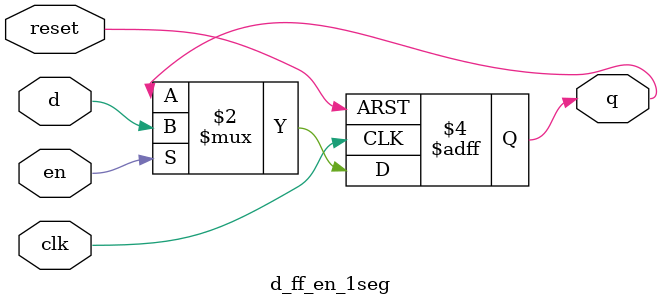
<source format=sv>
module d_ff_en_1seg
   (
    input  logic clk, reset,
    input  logic en,
    input  logic d,
    output logic q
   );

   // body
   always_ff @(posedge clk, posedge reset)
      if (reset)
         q <= 1'b0;
      else if (en)
         q <= d;
endmodule
</source>
